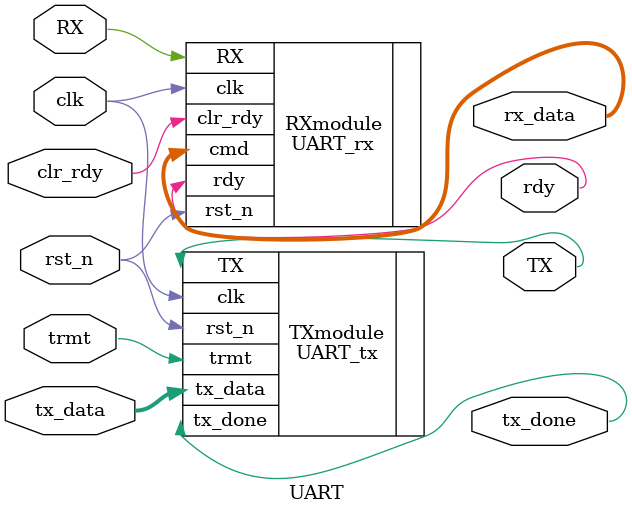
<source format=sv>
module UART(clk, rst_n, TX, trmt, tx_data, tx_done, RX, rdy, rx_data, clr_rdy);

input clk, rst_n;
input trmt, clr_rdy;

input [7:0] tx_data;
output TX;

output [7:0] rx_data;
input RX;

output tx_done, rdy;

UART_rx RXmodule(.clk(clk), .rst_n(rst_n), .rdy(rdy), .cmd(rx_data), .RX(RX), .clr_rdy(clr_rdy));
UART_tx TXmodule(.clk(clk), .rst_n(rst_n), .trmt(trmt), .tx_data(tx_data), .TX(TX), .tx_done(tx_done));

endmodule

</source>
